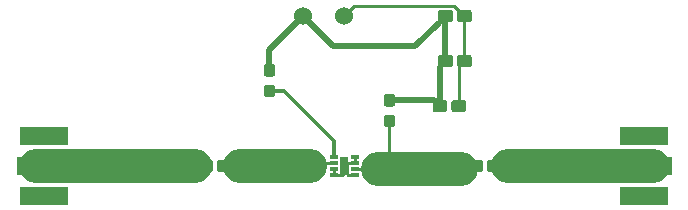
<source format=gbr>
G04 #@! TF.GenerationSoftware,KiCad,Pcbnew,5.1.2-f72e74a~84~ubuntu18.04.1*
G04 #@! TF.CreationDate,2019-07-08T14:46:27+02:00*
G04 #@! TF.ProjectId,lna_kicad,6c6e615f-6b69-4636-9164-2e6b69636164,rev?*
G04 #@! TF.SameCoordinates,Original*
G04 #@! TF.FileFunction,Copper,L1,Top*
G04 #@! TF.FilePolarity,Positive*
%FSLAX46Y46*%
G04 Gerber Fmt 4.6, Leading zero omitted, Abs format (unit mm)*
G04 Created by KiCad (PCBNEW 5.1.2-f72e74a~84~ubuntu18.04.1) date 2019-07-08 14:46:27*
%MOMM*%
%LPD*%
G04 APERTURE LIST*
%ADD10R,4.060000X1.520000*%
%ADD11R,4.300000X1.520000*%
%ADD12R,0.700000X1.600000*%
%ADD13R,0.670000X0.300000*%
%ADD14C,0.100000*%
%ADD15C,0.950000*%
%ADD16C,1.524000*%
%ADD17C,1.050000*%
%ADD18C,0.800000*%
%ADD19C,0.400000*%
%ADD20C,0.500000*%
%ADD21C,0.250000*%
%ADD22C,2.900000*%
%ADD23C,0.300000*%
G04 APERTURE END LIST*
D10*
X160020000Y-119380000D03*
X160020000Y-114300000D03*
D11*
X160200000Y-116840000D03*
D10*
X109220000Y-114300000D03*
X109220000Y-119380000D03*
D11*
X109000000Y-116840000D03*
D12*
X134620000Y-116840000D03*
D13*
X135505000Y-117590000D03*
X135505000Y-117090000D03*
X135505000Y-116590000D03*
X135505000Y-116090000D03*
X133735000Y-117590000D03*
X133735000Y-117090000D03*
X133735000Y-116590000D03*
X133735000Y-116090000D03*
D14*
G36*
X128530779Y-109966144D02*
G01*
X128553834Y-109969563D01*
X128576443Y-109975227D01*
X128598387Y-109983079D01*
X128619457Y-109993044D01*
X128639448Y-110005026D01*
X128658168Y-110018910D01*
X128675438Y-110034562D01*
X128691090Y-110051832D01*
X128704974Y-110070552D01*
X128716956Y-110090543D01*
X128726921Y-110111613D01*
X128734773Y-110133557D01*
X128740437Y-110156166D01*
X128743856Y-110179221D01*
X128745000Y-110202500D01*
X128745000Y-110777500D01*
X128743856Y-110800779D01*
X128740437Y-110823834D01*
X128734773Y-110846443D01*
X128726921Y-110868387D01*
X128716956Y-110889457D01*
X128704974Y-110909448D01*
X128691090Y-110928168D01*
X128675438Y-110945438D01*
X128658168Y-110961090D01*
X128639448Y-110974974D01*
X128619457Y-110986956D01*
X128598387Y-110996921D01*
X128576443Y-111004773D01*
X128553834Y-111010437D01*
X128530779Y-111013856D01*
X128507500Y-111015000D01*
X128032500Y-111015000D01*
X128009221Y-111013856D01*
X127986166Y-111010437D01*
X127963557Y-111004773D01*
X127941613Y-110996921D01*
X127920543Y-110986956D01*
X127900552Y-110974974D01*
X127881832Y-110961090D01*
X127864562Y-110945438D01*
X127848910Y-110928168D01*
X127835026Y-110909448D01*
X127823044Y-110889457D01*
X127813079Y-110868387D01*
X127805227Y-110846443D01*
X127799563Y-110823834D01*
X127796144Y-110800779D01*
X127795000Y-110777500D01*
X127795000Y-110202500D01*
X127796144Y-110179221D01*
X127799563Y-110156166D01*
X127805227Y-110133557D01*
X127813079Y-110111613D01*
X127823044Y-110090543D01*
X127835026Y-110070552D01*
X127848910Y-110051832D01*
X127864562Y-110034562D01*
X127881832Y-110018910D01*
X127900552Y-110005026D01*
X127920543Y-109993044D01*
X127941613Y-109983079D01*
X127963557Y-109975227D01*
X127986166Y-109969563D01*
X128009221Y-109966144D01*
X128032500Y-109965000D01*
X128507500Y-109965000D01*
X128530779Y-109966144D01*
X128530779Y-109966144D01*
G37*
D15*
X128270000Y-110490000D03*
D14*
G36*
X128530779Y-108216144D02*
G01*
X128553834Y-108219563D01*
X128576443Y-108225227D01*
X128598387Y-108233079D01*
X128619457Y-108243044D01*
X128639448Y-108255026D01*
X128658168Y-108268910D01*
X128675438Y-108284562D01*
X128691090Y-108301832D01*
X128704974Y-108320552D01*
X128716956Y-108340543D01*
X128726921Y-108361613D01*
X128734773Y-108383557D01*
X128740437Y-108406166D01*
X128743856Y-108429221D01*
X128745000Y-108452500D01*
X128745000Y-109027500D01*
X128743856Y-109050779D01*
X128740437Y-109073834D01*
X128734773Y-109096443D01*
X128726921Y-109118387D01*
X128716956Y-109139457D01*
X128704974Y-109159448D01*
X128691090Y-109178168D01*
X128675438Y-109195438D01*
X128658168Y-109211090D01*
X128639448Y-109224974D01*
X128619457Y-109236956D01*
X128598387Y-109246921D01*
X128576443Y-109254773D01*
X128553834Y-109260437D01*
X128530779Y-109263856D01*
X128507500Y-109265000D01*
X128032500Y-109265000D01*
X128009221Y-109263856D01*
X127986166Y-109260437D01*
X127963557Y-109254773D01*
X127941613Y-109246921D01*
X127920543Y-109236956D01*
X127900552Y-109224974D01*
X127881832Y-109211090D01*
X127864562Y-109195438D01*
X127848910Y-109178168D01*
X127835026Y-109159448D01*
X127823044Y-109139457D01*
X127813079Y-109118387D01*
X127805227Y-109096443D01*
X127799563Y-109073834D01*
X127796144Y-109050779D01*
X127795000Y-109027500D01*
X127795000Y-108452500D01*
X127796144Y-108429221D01*
X127799563Y-108406166D01*
X127805227Y-108383557D01*
X127813079Y-108361613D01*
X127823044Y-108340543D01*
X127835026Y-108320552D01*
X127848910Y-108301832D01*
X127864562Y-108284562D01*
X127881832Y-108268910D01*
X127900552Y-108255026D01*
X127920543Y-108243044D01*
X127941613Y-108233079D01*
X127963557Y-108225227D01*
X127986166Y-108219563D01*
X128009221Y-108216144D01*
X128032500Y-108215000D01*
X128507500Y-108215000D01*
X128530779Y-108216144D01*
X128530779Y-108216144D01*
G37*
D15*
X128270000Y-108740000D03*
D14*
G36*
X138690779Y-112506144D02*
G01*
X138713834Y-112509563D01*
X138736443Y-112515227D01*
X138758387Y-112523079D01*
X138779457Y-112533044D01*
X138799448Y-112545026D01*
X138818168Y-112558910D01*
X138835438Y-112574562D01*
X138851090Y-112591832D01*
X138864974Y-112610552D01*
X138876956Y-112630543D01*
X138886921Y-112651613D01*
X138894773Y-112673557D01*
X138900437Y-112696166D01*
X138903856Y-112719221D01*
X138905000Y-112742500D01*
X138905000Y-113317500D01*
X138903856Y-113340779D01*
X138900437Y-113363834D01*
X138894773Y-113386443D01*
X138886921Y-113408387D01*
X138876956Y-113429457D01*
X138864974Y-113449448D01*
X138851090Y-113468168D01*
X138835438Y-113485438D01*
X138818168Y-113501090D01*
X138799448Y-113514974D01*
X138779457Y-113526956D01*
X138758387Y-113536921D01*
X138736443Y-113544773D01*
X138713834Y-113550437D01*
X138690779Y-113553856D01*
X138667500Y-113555000D01*
X138192500Y-113555000D01*
X138169221Y-113553856D01*
X138146166Y-113550437D01*
X138123557Y-113544773D01*
X138101613Y-113536921D01*
X138080543Y-113526956D01*
X138060552Y-113514974D01*
X138041832Y-113501090D01*
X138024562Y-113485438D01*
X138008910Y-113468168D01*
X137995026Y-113449448D01*
X137983044Y-113429457D01*
X137973079Y-113408387D01*
X137965227Y-113386443D01*
X137959563Y-113363834D01*
X137956144Y-113340779D01*
X137955000Y-113317500D01*
X137955000Y-112742500D01*
X137956144Y-112719221D01*
X137959563Y-112696166D01*
X137965227Y-112673557D01*
X137973079Y-112651613D01*
X137983044Y-112630543D01*
X137995026Y-112610552D01*
X138008910Y-112591832D01*
X138024562Y-112574562D01*
X138041832Y-112558910D01*
X138060552Y-112545026D01*
X138080543Y-112533044D01*
X138101613Y-112523079D01*
X138123557Y-112515227D01*
X138146166Y-112509563D01*
X138169221Y-112506144D01*
X138192500Y-112505000D01*
X138667500Y-112505000D01*
X138690779Y-112506144D01*
X138690779Y-112506144D01*
G37*
D15*
X138430000Y-113030000D03*
D14*
G36*
X138690779Y-110756144D02*
G01*
X138713834Y-110759563D01*
X138736443Y-110765227D01*
X138758387Y-110773079D01*
X138779457Y-110783044D01*
X138799448Y-110795026D01*
X138818168Y-110808910D01*
X138835438Y-110824562D01*
X138851090Y-110841832D01*
X138864974Y-110860552D01*
X138876956Y-110880543D01*
X138886921Y-110901613D01*
X138894773Y-110923557D01*
X138900437Y-110946166D01*
X138903856Y-110969221D01*
X138905000Y-110992500D01*
X138905000Y-111567500D01*
X138903856Y-111590779D01*
X138900437Y-111613834D01*
X138894773Y-111636443D01*
X138886921Y-111658387D01*
X138876956Y-111679457D01*
X138864974Y-111699448D01*
X138851090Y-111718168D01*
X138835438Y-111735438D01*
X138818168Y-111751090D01*
X138799448Y-111764974D01*
X138779457Y-111776956D01*
X138758387Y-111786921D01*
X138736443Y-111794773D01*
X138713834Y-111800437D01*
X138690779Y-111803856D01*
X138667500Y-111805000D01*
X138192500Y-111805000D01*
X138169221Y-111803856D01*
X138146166Y-111800437D01*
X138123557Y-111794773D01*
X138101613Y-111786921D01*
X138080543Y-111776956D01*
X138060552Y-111764974D01*
X138041832Y-111751090D01*
X138024562Y-111735438D01*
X138008910Y-111718168D01*
X137995026Y-111699448D01*
X137983044Y-111679457D01*
X137973079Y-111658387D01*
X137965227Y-111636443D01*
X137959563Y-111613834D01*
X137956144Y-111590779D01*
X137955000Y-111567500D01*
X137955000Y-110992500D01*
X137956144Y-110969221D01*
X137959563Y-110946166D01*
X137965227Y-110923557D01*
X137973079Y-110901613D01*
X137983044Y-110880543D01*
X137995026Y-110860552D01*
X138008910Y-110841832D01*
X138024562Y-110824562D01*
X138041832Y-110808910D01*
X138060552Y-110795026D01*
X138080543Y-110783044D01*
X138101613Y-110773079D01*
X138123557Y-110765227D01*
X138146166Y-110759563D01*
X138169221Y-110756144D01*
X138192500Y-110755000D01*
X138667500Y-110755000D01*
X138690779Y-110756144D01*
X138690779Y-110756144D01*
G37*
D15*
X138430000Y-111280000D03*
D16*
X134620000Y-104140000D03*
X131120000Y-104140000D03*
D14*
G36*
X144709505Y-111236204D02*
G01*
X144733773Y-111239804D01*
X144757572Y-111245765D01*
X144780671Y-111254030D01*
X144802850Y-111264520D01*
X144823893Y-111277132D01*
X144843599Y-111291747D01*
X144861777Y-111308223D01*
X144878253Y-111326401D01*
X144892868Y-111346107D01*
X144905480Y-111367150D01*
X144915970Y-111389329D01*
X144924235Y-111412428D01*
X144930196Y-111436227D01*
X144933796Y-111460495D01*
X144935000Y-111484999D01*
X144935000Y-112035001D01*
X144933796Y-112059505D01*
X144930196Y-112083773D01*
X144924235Y-112107572D01*
X144915970Y-112130671D01*
X144905480Y-112152850D01*
X144892868Y-112173893D01*
X144878253Y-112193599D01*
X144861777Y-112211777D01*
X144843599Y-112228253D01*
X144823893Y-112242868D01*
X144802850Y-112255480D01*
X144780671Y-112265970D01*
X144757572Y-112274235D01*
X144733773Y-112280196D01*
X144709505Y-112283796D01*
X144685001Y-112285000D01*
X143934999Y-112285000D01*
X143910495Y-112283796D01*
X143886227Y-112280196D01*
X143862428Y-112274235D01*
X143839329Y-112265970D01*
X143817150Y-112255480D01*
X143796107Y-112242868D01*
X143776401Y-112228253D01*
X143758223Y-112211777D01*
X143741747Y-112193599D01*
X143727132Y-112173893D01*
X143714520Y-112152850D01*
X143704030Y-112130671D01*
X143695765Y-112107572D01*
X143689804Y-112083773D01*
X143686204Y-112059505D01*
X143685000Y-112035001D01*
X143685000Y-111484999D01*
X143686204Y-111460495D01*
X143689804Y-111436227D01*
X143695765Y-111412428D01*
X143704030Y-111389329D01*
X143714520Y-111367150D01*
X143727132Y-111346107D01*
X143741747Y-111326401D01*
X143758223Y-111308223D01*
X143776401Y-111291747D01*
X143796107Y-111277132D01*
X143817150Y-111264520D01*
X143839329Y-111254030D01*
X143862428Y-111245765D01*
X143886227Y-111239804D01*
X143910495Y-111236204D01*
X143934999Y-111235000D01*
X144685001Y-111235000D01*
X144709505Y-111236204D01*
X144709505Y-111236204D01*
G37*
D17*
X144310000Y-111760000D03*
D14*
G36*
X143109505Y-111236204D02*
G01*
X143133773Y-111239804D01*
X143157572Y-111245765D01*
X143180671Y-111254030D01*
X143202850Y-111264520D01*
X143223893Y-111277132D01*
X143243599Y-111291747D01*
X143261777Y-111308223D01*
X143278253Y-111326401D01*
X143292868Y-111346107D01*
X143305480Y-111367150D01*
X143315970Y-111389329D01*
X143324235Y-111412428D01*
X143330196Y-111436227D01*
X143333796Y-111460495D01*
X143335000Y-111484999D01*
X143335000Y-112035001D01*
X143333796Y-112059505D01*
X143330196Y-112083773D01*
X143324235Y-112107572D01*
X143315970Y-112130671D01*
X143305480Y-112152850D01*
X143292868Y-112173893D01*
X143278253Y-112193599D01*
X143261777Y-112211777D01*
X143243599Y-112228253D01*
X143223893Y-112242868D01*
X143202850Y-112255480D01*
X143180671Y-112265970D01*
X143157572Y-112274235D01*
X143133773Y-112280196D01*
X143109505Y-112283796D01*
X143085001Y-112285000D01*
X142334999Y-112285000D01*
X142310495Y-112283796D01*
X142286227Y-112280196D01*
X142262428Y-112274235D01*
X142239329Y-112265970D01*
X142217150Y-112255480D01*
X142196107Y-112242868D01*
X142176401Y-112228253D01*
X142158223Y-112211777D01*
X142141747Y-112193599D01*
X142127132Y-112173893D01*
X142114520Y-112152850D01*
X142104030Y-112130671D01*
X142095765Y-112107572D01*
X142089804Y-112083773D01*
X142086204Y-112059505D01*
X142085000Y-112035001D01*
X142085000Y-111484999D01*
X142086204Y-111460495D01*
X142089804Y-111436227D01*
X142095765Y-111412428D01*
X142104030Y-111389329D01*
X142114520Y-111367150D01*
X142127132Y-111346107D01*
X142141747Y-111326401D01*
X142158223Y-111308223D01*
X142176401Y-111291747D01*
X142196107Y-111277132D01*
X142217150Y-111264520D01*
X142239329Y-111254030D01*
X142262428Y-111245765D01*
X142286227Y-111239804D01*
X142310495Y-111236204D01*
X142334999Y-111235000D01*
X143085001Y-111235000D01*
X143109505Y-111236204D01*
X143109505Y-111236204D01*
G37*
D17*
X142710000Y-111760000D03*
D14*
G36*
X143579505Y-103616204D02*
G01*
X143603773Y-103619804D01*
X143627572Y-103625765D01*
X143650671Y-103634030D01*
X143672850Y-103644520D01*
X143693893Y-103657132D01*
X143713599Y-103671747D01*
X143731777Y-103688223D01*
X143748253Y-103706401D01*
X143762868Y-103726107D01*
X143775480Y-103747150D01*
X143785970Y-103769329D01*
X143794235Y-103792428D01*
X143800196Y-103816227D01*
X143803796Y-103840495D01*
X143805000Y-103864999D01*
X143805000Y-104415001D01*
X143803796Y-104439505D01*
X143800196Y-104463773D01*
X143794235Y-104487572D01*
X143785970Y-104510671D01*
X143775480Y-104532850D01*
X143762868Y-104553893D01*
X143748253Y-104573599D01*
X143731777Y-104591777D01*
X143713599Y-104608253D01*
X143693893Y-104622868D01*
X143672850Y-104635480D01*
X143650671Y-104645970D01*
X143627572Y-104654235D01*
X143603773Y-104660196D01*
X143579505Y-104663796D01*
X143555001Y-104665000D01*
X142804999Y-104665000D01*
X142780495Y-104663796D01*
X142756227Y-104660196D01*
X142732428Y-104654235D01*
X142709329Y-104645970D01*
X142687150Y-104635480D01*
X142666107Y-104622868D01*
X142646401Y-104608253D01*
X142628223Y-104591777D01*
X142611747Y-104573599D01*
X142597132Y-104553893D01*
X142584520Y-104532850D01*
X142574030Y-104510671D01*
X142565765Y-104487572D01*
X142559804Y-104463773D01*
X142556204Y-104439505D01*
X142555000Y-104415001D01*
X142555000Y-103864999D01*
X142556204Y-103840495D01*
X142559804Y-103816227D01*
X142565765Y-103792428D01*
X142574030Y-103769329D01*
X142584520Y-103747150D01*
X142597132Y-103726107D01*
X142611747Y-103706401D01*
X142628223Y-103688223D01*
X142646401Y-103671747D01*
X142666107Y-103657132D01*
X142687150Y-103644520D01*
X142709329Y-103634030D01*
X142732428Y-103625765D01*
X142756227Y-103619804D01*
X142780495Y-103616204D01*
X142804999Y-103615000D01*
X143555001Y-103615000D01*
X143579505Y-103616204D01*
X143579505Y-103616204D01*
G37*
D17*
X143180000Y-104140000D03*
D14*
G36*
X145179505Y-103616204D02*
G01*
X145203773Y-103619804D01*
X145227572Y-103625765D01*
X145250671Y-103634030D01*
X145272850Y-103644520D01*
X145293893Y-103657132D01*
X145313599Y-103671747D01*
X145331777Y-103688223D01*
X145348253Y-103706401D01*
X145362868Y-103726107D01*
X145375480Y-103747150D01*
X145385970Y-103769329D01*
X145394235Y-103792428D01*
X145400196Y-103816227D01*
X145403796Y-103840495D01*
X145405000Y-103864999D01*
X145405000Y-104415001D01*
X145403796Y-104439505D01*
X145400196Y-104463773D01*
X145394235Y-104487572D01*
X145385970Y-104510671D01*
X145375480Y-104532850D01*
X145362868Y-104553893D01*
X145348253Y-104573599D01*
X145331777Y-104591777D01*
X145313599Y-104608253D01*
X145293893Y-104622868D01*
X145272850Y-104635480D01*
X145250671Y-104645970D01*
X145227572Y-104654235D01*
X145203773Y-104660196D01*
X145179505Y-104663796D01*
X145155001Y-104665000D01*
X144404999Y-104665000D01*
X144380495Y-104663796D01*
X144356227Y-104660196D01*
X144332428Y-104654235D01*
X144309329Y-104645970D01*
X144287150Y-104635480D01*
X144266107Y-104622868D01*
X144246401Y-104608253D01*
X144228223Y-104591777D01*
X144211747Y-104573599D01*
X144197132Y-104553893D01*
X144184520Y-104532850D01*
X144174030Y-104510671D01*
X144165765Y-104487572D01*
X144159804Y-104463773D01*
X144156204Y-104439505D01*
X144155000Y-104415001D01*
X144155000Y-103864999D01*
X144156204Y-103840495D01*
X144159804Y-103816227D01*
X144165765Y-103792428D01*
X144174030Y-103769329D01*
X144184520Y-103747150D01*
X144197132Y-103726107D01*
X144211747Y-103706401D01*
X144228223Y-103688223D01*
X144246401Y-103671747D01*
X144266107Y-103657132D01*
X144287150Y-103644520D01*
X144309329Y-103634030D01*
X144332428Y-103625765D01*
X144356227Y-103619804D01*
X144380495Y-103616204D01*
X144404999Y-103615000D01*
X145155001Y-103615000D01*
X145179505Y-103616204D01*
X145179505Y-103616204D01*
G37*
D17*
X144780000Y-104140000D03*
D14*
G36*
X143579505Y-107426204D02*
G01*
X143603773Y-107429804D01*
X143627572Y-107435765D01*
X143650671Y-107444030D01*
X143672850Y-107454520D01*
X143693893Y-107467132D01*
X143713599Y-107481747D01*
X143731777Y-107498223D01*
X143748253Y-107516401D01*
X143762868Y-107536107D01*
X143775480Y-107557150D01*
X143785970Y-107579329D01*
X143794235Y-107602428D01*
X143800196Y-107626227D01*
X143803796Y-107650495D01*
X143805000Y-107674999D01*
X143805000Y-108225001D01*
X143803796Y-108249505D01*
X143800196Y-108273773D01*
X143794235Y-108297572D01*
X143785970Y-108320671D01*
X143775480Y-108342850D01*
X143762868Y-108363893D01*
X143748253Y-108383599D01*
X143731777Y-108401777D01*
X143713599Y-108418253D01*
X143693893Y-108432868D01*
X143672850Y-108445480D01*
X143650671Y-108455970D01*
X143627572Y-108464235D01*
X143603773Y-108470196D01*
X143579505Y-108473796D01*
X143555001Y-108475000D01*
X142804999Y-108475000D01*
X142780495Y-108473796D01*
X142756227Y-108470196D01*
X142732428Y-108464235D01*
X142709329Y-108455970D01*
X142687150Y-108445480D01*
X142666107Y-108432868D01*
X142646401Y-108418253D01*
X142628223Y-108401777D01*
X142611747Y-108383599D01*
X142597132Y-108363893D01*
X142584520Y-108342850D01*
X142574030Y-108320671D01*
X142565765Y-108297572D01*
X142559804Y-108273773D01*
X142556204Y-108249505D01*
X142555000Y-108225001D01*
X142555000Y-107674999D01*
X142556204Y-107650495D01*
X142559804Y-107626227D01*
X142565765Y-107602428D01*
X142574030Y-107579329D01*
X142584520Y-107557150D01*
X142597132Y-107536107D01*
X142611747Y-107516401D01*
X142628223Y-107498223D01*
X142646401Y-107481747D01*
X142666107Y-107467132D01*
X142687150Y-107454520D01*
X142709329Y-107444030D01*
X142732428Y-107435765D01*
X142756227Y-107429804D01*
X142780495Y-107426204D01*
X142804999Y-107425000D01*
X143555001Y-107425000D01*
X143579505Y-107426204D01*
X143579505Y-107426204D01*
G37*
D17*
X143180000Y-107950000D03*
D14*
G36*
X145179505Y-107426204D02*
G01*
X145203773Y-107429804D01*
X145227572Y-107435765D01*
X145250671Y-107444030D01*
X145272850Y-107454520D01*
X145293893Y-107467132D01*
X145313599Y-107481747D01*
X145331777Y-107498223D01*
X145348253Y-107516401D01*
X145362868Y-107536107D01*
X145375480Y-107557150D01*
X145385970Y-107579329D01*
X145394235Y-107602428D01*
X145400196Y-107626227D01*
X145403796Y-107650495D01*
X145405000Y-107674999D01*
X145405000Y-108225001D01*
X145403796Y-108249505D01*
X145400196Y-108273773D01*
X145394235Y-108297572D01*
X145385970Y-108320671D01*
X145375480Y-108342850D01*
X145362868Y-108363893D01*
X145348253Y-108383599D01*
X145331777Y-108401777D01*
X145313599Y-108418253D01*
X145293893Y-108432868D01*
X145272850Y-108445480D01*
X145250671Y-108455970D01*
X145227572Y-108464235D01*
X145203773Y-108470196D01*
X145179505Y-108473796D01*
X145155001Y-108475000D01*
X144404999Y-108475000D01*
X144380495Y-108473796D01*
X144356227Y-108470196D01*
X144332428Y-108464235D01*
X144309329Y-108455970D01*
X144287150Y-108445480D01*
X144266107Y-108432868D01*
X144246401Y-108418253D01*
X144228223Y-108401777D01*
X144211747Y-108383599D01*
X144197132Y-108363893D01*
X144184520Y-108342850D01*
X144174030Y-108320671D01*
X144165765Y-108297572D01*
X144159804Y-108273773D01*
X144156204Y-108249505D01*
X144155000Y-108225001D01*
X144155000Y-107674999D01*
X144156204Y-107650495D01*
X144159804Y-107626227D01*
X144165765Y-107602428D01*
X144174030Y-107579329D01*
X144184520Y-107557150D01*
X144197132Y-107536107D01*
X144211747Y-107516401D01*
X144228223Y-107498223D01*
X144246401Y-107481747D01*
X144266107Y-107467132D01*
X144287150Y-107454520D01*
X144309329Y-107444030D01*
X144332428Y-107435765D01*
X144356227Y-107429804D01*
X144380495Y-107426204D01*
X144404999Y-107425000D01*
X145155001Y-107425000D01*
X145179505Y-107426204D01*
X145179505Y-107426204D01*
G37*
D17*
X144780000Y-107950000D03*
D14*
G36*
X146119505Y-116316204D02*
G01*
X146143773Y-116319804D01*
X146167572Y-116325765D01*
X146190671Y-116334030D01*
X146212850Y-116344520D01*
X146233893Y-116357132D01*
X146253599Y-116371747D01*
X146271777Y-116388223D01*
X146288253Y-116406401D01*
X146302868Y-116426107D01*
X146315480Y-116447150D01*
X146325970Y-116469329D01*
X146334235Y-116492428D01*
X146340196Y-116516227D01*
X146343796Y-116540495D01*
X146345000Y-116564999D01*
X146345000Y-117115001D01*
X146343796Y-117139505D01*
X146340196Y-117163773D01*
X146334235Y-117187572D01*
X146325970Y-117210671D01*
X146315480Y-117232850D01*
X146302868Y-117253893D01*
X146288253Y-117273599D01*
X146271777Y-117291777D01*
X146253599Y-117308253D01*
X146233893Y-117322868D01*
X146212850Y-117335480D01*
X146190671Y-117345970D01*
X146167572Y-117354235D01*
X146143773Y-117360196D01*
X146119505Y-117363796D01*
X146095001Y-117365000D01*
X145344999Y-117365000D01*
X145320495Y-117363796D01*
X145296227Y-117360196D01*
X145272428Y-117354235D01*
X145249329Y-117345970D01*
X145227150Y-117335480D01*
X145206107Y-117322868D01*
X145186401Y-117308253D01*
X145168223Y-117291777D01*
X145151747Y-117273599D01*
X145137132Y-117253893D01*
X145124520Y-117232850D01*
X145114030Y-117210671D01*
X145105765Y-117187572D01*
X145099804Y-117163773D01*
X145096204Y-117139505D01*
X145095000Y-117115001D01*
X145095000Y-116564999D01*
X145096204Y-116540495D01*
X145099804Y-116516227D01*
X145105765Y-116492428D01*
X145114030Y-116469329D01*
X145124520Y-116447150D01*
X145137132Y-116426107D01*
X145151747Y-116406401D01*
X145168223Y-116388223D01*
X145186401Y-116371747D01*
X145206107Y-116357132D01*
X145227150Y-116344520D01*
X145249329Y-116334030D01*
X145272428Y-116325765D01*
X145296227Y-116319804D01*
X145320495Y-116316204D01*
X145344999Y-116315000D01*
X146095001Y-116315000D01*
X146119505Y-116316204D01*
X146119505Y-116316204D01*
G37*
D17*
X145720000Y-116840000D03*
D14*
G36*
X147719505Y-116316204D02*
G01*
X147743773Y-116319804D01*
X147767572Y-116325765D01*
X147790671Y-116334030D01*
X147812850Y-116344520D01*
X147833893Y-116357132D01*
X147853599Y-116371747D01*
X147871777Y-116388223D01*
X147888253Y-116406401D01*
X147902868Y-116426107D01*
X147915480Y-116447150D01*
X147925970Y-116469329D01*
X147934235Y-116492428D01*
X147940196Y-116516227D01*
X147943796Y-116540495D01*
X147945000Y-116564999D01*
X147945000Y-117115001D01*
X147943796Y-117139505D01*
X147940196Y-117163773D01*
X147934235Y-117187572D01*
X147925970Y-117210671D01*
X147915480Y-117232850D01*
X147902868Y-117253893D01*
X147888253Y-117273599D01*
X147871777Y-117291777D01*
X147853599Y-117308253D01*
X147833893Y-117322868D01*
X147812850Y-117335480D01*
X147790671Y-117345970D01*
X147767572Y-117354235D01*
X147743773Y-117360196D01*
X147719505Y-117363796D01*
X147695001Y-117365000D01*
X146944999Y-117365000D01*
X146920495Y-117363796D01*
X146896227Y-117360196D01*
X146872428Y-117354235D01*
X146849329Y-117345970D01*
X146827150Y-117335480D01*
X146806107Y-117322868D01*
X146786401Y-117308253D01*
X146768223Y-117291777D01*
X146751747Y-117273599D01*
X146737132Y-117253893D01*
X146724520Y-117232850D01*
X146714030Y-117210671D01*
X146705765Y-117187572D01*
X146699804Y-117163773D01*
X146696204Y-117139505D01*
X146695000Y-117115001D01*
X146695000Y-116564999D01*
X146696204Y-116540495D01*
X146699804Y-116516227D01*
X146705765Y-116492428D01*
X146714030Y-116469329D01*
X146724520Y-116447150D01*
X146737132Y-116426107D01*
X146751747Y-116406401D01*
X146768223Y-116388223D01*
X146786401Y-116371747D01*
X146806107Y-116357132D01*
X146827150Y-116344520D01*
X146849329Y-116334030D01*
X146872428Y-116325765D01*
X146896227Y-116319804D01*
X146920495Y-116316204D01*
X146944999Y-116315000D01*
X147695001Y-116315000D01*
X147719505Y-116316204D01*
X147719505Y-116316204D01*
G37*
D17*
X147320000Y-116840000D03*
D14*
G36*
X123259505Y-116316204D02*
G01*
X123283773Y-116319804D01*
X123307572Y-116325765D01*
X123330671Y-116334030D01*
X123352850Y-116344520D01*
X123373893Y-116357132D01*
X123393599Y-116371747D01*
X123411777Y-116388223D01*
X123428253Y-116406401D01*
X123442868Y-116426107D01*
X123455480Y-116447150D01*
X123465970Y-116469329D01*
X123474235Y-116492428D01*
X123480196Y-116516227D01*
X123483796Y-116540495D01*
X123485000Y-116564999D01*
X123485000Y-117115001D01*
X123483796Y-117139505D01*
X123480196Y-117163773D01*
X123474235Y-117187572D01*
X123465970Y-117210671D01*
X123455480Y-117232850D01*
X123442868Y-117253893D01*
X123428253Y-117273599D01*
X123411777Y-117291777D01*
X123393599Y-117308253D01*
X123373893Y-117322868D01*
X123352850Y-117335480D01*
X123330671Y-117345970D01*
X123307572Y-117354235D01*
X123283773Y-117360196D01*
X123259505Y-117363796D01*
X123235001Y-117365000D01*
X122484999Y-117365000D01*
X122460495Y-117363796D01*
X122436227Y-117360196D01*
X122412428Y-117354235D01*
X122389329Y-117345970D01*
X122367150Y-117335480D01*
X122346107Y-117322868D01*
X122326401Y-117308253D01*
X122308223Y-117291777D01*
X122291747Y-117273599D01*
X122277132Y-117253893D01*
X122264520Y-117232850D01*
X122254030Y-117210671D01*
X122245765Y-117187572D01*
X122239804Y-117163773D01*
X122236204Y-117139505D01*
X122235000Y-117115001D01*
X122235000Y-116564999D01*
X122236204Y-116540495D01*
X122239804Y-116516227D01*
X122245765Y-116492428D01*
X122254030Y-116469329D01*
X122264520Y-116447150D01*
X122277132Y-116426107D01*
X122291747Y-116406401D01*
X122308223Y-116388223D01*
X122326401Y-116371747D01*
X122346107Y-116357132D01*
X122367150Y-116344520D01*
X122389329Y-116334030D01*
X122412428Y-116325765D01*
X122436227Y-116319804D01*
X122460495Y-116316204D01*
X122484999Y-116315000D01*
X123235001Y-116315000D01*
X123259505Y-116316204D01*
X123259505Y-116316204D01*
G37*
D17*
X122860000Y-116840000D03*
D14*
G36*
X124859505Y-116316204D02*
G01*
X124883773Y-116319804D01*
X124907572Y-116325765D01*
X124930671Y-116334030D01*
X124952850Y-116344520D01*
X124973893Y-116357132D01*
X124993599Y-116371747D01*
X125011777Y-116388223D01*
X125028253Y-116406401D01*
X125042868Y-116426107D01*
X125055480Y-116447150D01*
X125065970Y-116469329D01*
X125074235Y-116492428D01*
X125080196Y-116516227D01*
X125083796Y-116540495D01*
X125085000Y-116564999D01*
X125085000Y-117115001D01*
X125083796Y-117139505D01*
X125080196Y-117163773D01*
X125074235Y-117187572D01*
X125065970Y-117210671D01*
X125055480Y-117232850D01*
X125042868Y-117253893D01*
X125028253Y-117273599D01*
X125011777Y-117291777D01*
X124993599Y-117308253D01*
X124973893Y-117322868D01*
X124952850Y-117335480D01*
X124930671Y-117345970D01*
X124907572Y-117354235D01*
X124883773Y-117360196D01*
X124859505Y-117363796D01*
X124835001Y-117365000D01*
X124084999Y-117365000D01*
X124060495Y-117363796D01*
X124036227Y-117360196D01*
X124012428Y-117354235D01*
X123989329Y-117345970D01*
X123967150Y-117335480D01*
X123946107Y-117322868D01*
X123926401Y-117308253D01*
X123908223Y-117291777D01*
X123891747Y-117273599D01*
X123877132Y-117253893D01*
X123864520Y-117232850D01*
X123854030Y-117210671D01*
X123845765Y-117187572D01*
X123839804Y-117163773D01*
X123836204Y-117139505D01*
X123835000Y-117115001D01*
X123835000Y-116564999D01*
X123836204Y-116540495D01*
X123839804Y-116516227D01*
X123845765Y-116492428D01*
X123854030Y-116469329D01*
X123864520Y-116447150D01*
X123877132Y-116426107D01*
X123891747Y-116406401D01*
X123908223Y-116388223D01*
X123926401Y-116371747D01*
X123946107Y-116357132D01*
X123967150Y-116344520D01*
X123989329Y-116334030D01*
X124012428Y-116325765D01*
X124036227Y-116319804D01*
X124060495Y-116316204D01*
X124084999Y-116315000D01*
X124835001Y-116315000D01*
X124859505Y-116316204D01*
X124859505Y-116316204D01*
G37*
D17*
X124460000Y-116840000D03*
D18*
X158750000Y-114300000D03*
X158750000Y-119380000D03*
X161290000Y-119380000D03*
X160020000Y-119380000D03*
X161290000Y-114300000D03*
X160020000Y-114300000D03*
X110490000Y-119380000D03*
X110490000Y-114300000D03*
X109220000Y-119380000D03*
X107950000Y-119400000D03*
X107950000Y-114300000D03*
X109220000Y-114300000D03*
D19*
X134620000Y-116270000D03*
X134620000Y-117410000D03*
X134620000Y-116840000D03*
D20*
X142230000Y-111280000D02*
X142710000Y-111760000D01*
X138430000Y-111280000D02*
X142230000Y-111280000D01*
D21*
X142710000Y-108420000D02*
X143180000Y-107950000D01*
D20*
X142710000Y-111760000D02*
X142710000Y-108420000D01*
X143180000Y-107950000D02*
X143180000Y-104140000D01*
X128270000Y-106990000D02*
X131120000Y-104140000D01*
X128270000Y-108740000D02*
X128270000Y-106990000D01*
X133660000Y-106680000D02*
X140640000Y-106680000D01*
X140640000Y-106680000D02*
X142614796Y-104705204D01*
X131120000Y-104140000D02*
X133660000Y-106680000D01*
D21*
X142614796Y-104705204D02*
X143180000Y-104140000D01*
X144310000Y-108420000D02*
X144780000Y-107950000D01*
X144310000Y-111760000D02*
X144310000Y-108420000D01*
X144780000Y-107950000D02*
X144780000Y-104140000D01*
X135381999Y-103378001D02*
X134620000Y-104140000D01*
X135470010Y-103289990D02*
X135381999Y-103378001D01*
X143929990Y-103289990D02*
X135470010Y-103289990D01*
X144780000Y-104140000D02*
X143929990Y-103289990D01*
X135505000Y-116090000D02*
X135505000Y-116590000D01*
X134920000Y-117590000D02*
X135505000Y-117590000D01*
X134844999Y-117514999D02*
X134920000Y-117590000D01*
X134920000Y-116590000D02*
X134844999Y-116665001D01*
X134844999Y-116665001D02*
X134844999Y-117514999D01*
X135505000Y-116590000D02*
X134920000Y-116590000D01*
X133735000Y-117590000D02*
X133735000Y-117090000D01*
X134440000Y-117590000D02*
X134620000Y-117410000D01*
X133735000Y-117590000D02*
X134440000Y-117590000D01*
X124460000Y-116840000D02*
X127000000Y-116840000D01*
D22*
X125765000Y-116840000D02*
X131750000Y-116840000D01*
D21*
X133735000Y-116590000D02*
X132965000Y-116590000D01*
X135505000Y-117090000D02*
X138180000Y-117090000D01*
X145720000Y-116840000D02*
X143510000Y-116840000D01*
D22*
X137500000Y-117090000D02*
X144500000Y-117090000D01*
D21*
X138430000Y-117020000D02*
X138500000Y-117090000D01*
X138430000Y-113030000D02*
X138430000Y-117020000D01*
X122860000Y-116840000D02*
X121920000Y-116840000D01*
X113030000Y-116840000D02*
X114300000Y-116840000D01*
X121920000Y-116840000D02*
X120650000Y-116840000D01*
D22*
X108500000Y-116840000D02*
X122000000Y-116840000D01*
D21*
X109000000Y-116840000D02*
X111125000Y-116840000D01*
X161290000Y-116840000D02*
X156210000Y-116840000D01*
X147320000Y-116840000D02*
X149860000Y-116840000D01*
D22*
X148500000Y-116840000D02*
X160750000Y-116840000D01*
D23*
X133735000Y-114685000D02*
X133735000Y-116090000D01*
X128270000Y-110490000D02*
X129540000Y-110490000D01*
X129540000Y-110490000D02*
X133735000Y-114685000D01*
M02*

</source>
